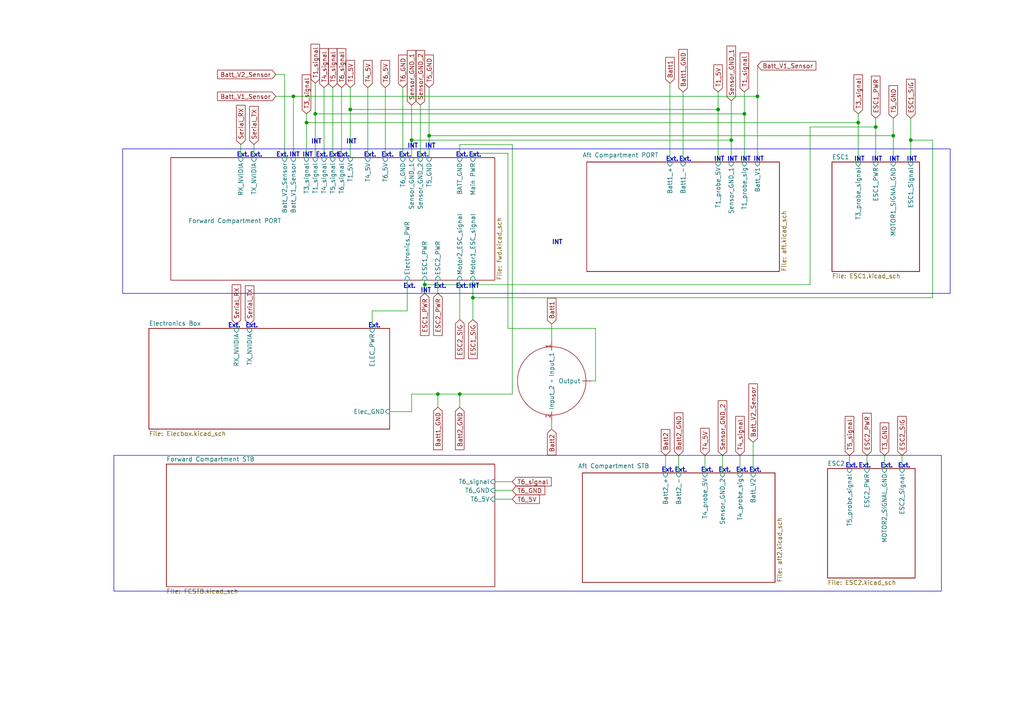
<source format=kicad_sch>
(kicad_sch (version 20230121) (generator eeschema)
  (paper "A4")
  (title_block (title "Strathvoyager Electrical & Components Drawing V2") (date "2023-12-16") (rev "2") (company "Marine Robotics Society, University of Strathclyde") (comment 1 "Drawn by: Panagiotis Louvros"))
  (lib_symbols
    (symbol "MRS:Rotary_Switch"
      (property "Reference" "RS" (at 0 5.08 0))
      (symbol "Rotary_Switch_0_1"
        (circle (center 0 0) (radius 9.919))
      )
      (symbol "Rotary_Switch_1_1"
        (pin output line (at 0 -11.43 90) (length 2.54) (name "Output") (number ""))
        (pin bidirectional line (at 11.43 0 180) (length 2.54) (name "Input_1") (number "1"))
        (pin bidirectional line (at -11.43 0 0) (length 2.54) (name "Input_2") (number "2"))
      )
    )
  )
  (junction (at 248.92 35.56))
  (junction (at 219.71 27.94))
  (junction (at 119.38 40.64))
  (junction (at 133.35 114.3))
  (junction (at 101.6 31.75))
  (junction (at 85.09 27.94))
  (junction (at 264.16 40.64))
  (junction (at 137.16 86.36))
  (junction (at 91.44 33.02))
  (junction (at 212.09 40.64))
  (junction (at 123.19 82.55))
  (junction (at 254 36.83))
  (junction (at 127 114.3))
  (junction (at 215.9 33.02))
  (junction (at 124.46 39.37))
  (junction (at 259.08 39.37))
  (junction (at 208.28 31.75))
  (junction (at 88.9 35.56))
  (wire (pts (xy 96.52 25.4) (xy 96.52 45.72)))
  (wire (pts (xy 254 36.83) (xy 254 46.99)))
  (wire (pts (xy 219.71 19.05) (xy 219.71 27.94)))
  (wire (pts (xy 107.95 90.17) (xy 118.11 90.17)))
  (wire (pts (xy 133.35 114.3) (xy 148.59 114.3)))
  (wire (pts (xy 111.76 25.4) (xy 111.76 45.72)))
  (wire (pts (xy 246.38 132.08) (xy 246.38 135.89)))
  (wire (pts (xy 73.66 41.91) (xy 73.66 45.72)))
  (wire (pts (xy 133.35 41.91) (xy 133.35 45.72)))
  (wire (pts (xy 123.19 82.55) (xy 234.95 82.55)))
  (wire (pts (xy 214.63 132.08) (xy 214.63 137.16)))
  (wire (pts (xy 72.39 93.98) (xy 72.39 95.25)))
  (wire (pts (xy 82.55 21.59) (xy 82.55 45.72)))
  (wire (pts (xy 88.9 35.56) (xy 248.92 35.56)))
  (wire (pts (xy 248.92 33.02) (xy 248.92 35.56)))
  (wire (pts (xy 127 114.3) (xy 127 118.11)))
  (wire (pts (xy 69.85 41.91) (xy 69.85 45.72)))
  (wire (pts (xy 254 34.29) (xy 254 36.83)))
  (wire (pts (xy 218.44 128.27) (xy 218.44 137.16)))
  (wire (pts (xy 118.11 90.17) (xy 118.11 81.28)))
  (wire (pts (xy 113.03 119.38) (xy 119.38 119.38)))
  (wire (pts (xy 106.68 25.4) (xy 106.68 45.72)))
  (wire (pts (xy 147.32 95.25) (xy 172.72 95.25)))
  (wire (pts (xy 193.04 132.08) (xy 193.04 137.16)))
  (wire (pts (xy 148.59 41.91) (xy 133.35 41.91)))
  (wire (pts (xy 68.58 93.98) (xy 68.58 95.25)))
  (wire (pts (xy 88.9 33.02) (xy 88.9 35.56)))
  (wire (pts (xy 127 81.28) (xy 127 85.09)))
  (wire (pts (xy 194.31 24.13) (xy 194.31 46.99)))
  (wire (pts (xy 91.44 33.02) (xy 91.44 45.72)))
  (wire (pts (xy 137.16 81.28) (xy 137.16 86.36)))
  (wire (pts (xy 147.32 44.45) (xy 147.32 95.25)))
  (wire (pts (xy 212.09 40.64) (xy 212.09 46.99)))
  (wire (pts (xy 119.38 119.38) (xy 119.38 114.3)))
  (wire (pts (xy 80.01 21.59) (xy 82.55 21.59)))
  (wire (pts (xy 234.95 82.55) (xy 234.95 36.83)))
  (wire (pts (xy 124.46 39.37) (xy 259.08 39.37)))
  (wire (pts (xy 91.44 33.02) (xy 215.9 33.02)))
  (wire (pts (xy 196.85 132.08) (xy 196.85 137.16)))
  (wire (pts (xy 101.6 25.4) (xy 101.6 31.75)))
  (wire (pts (xy 124.46 25.4) (xy 124.46 39.37)))
  (wire (pts (xy 107.95 95.25) (xy 107.95 90.17)))
  (wire (pts (xy 119.38 114.3) (xy 127 114.3)))
  (wire (pts (xy 93.98 25.4) (xy 93.98 45.72)))
  (wire (pts (xy 264.16 40.64) (xy 270.51 40.64)))
  (wire (pts (xy 137.16 86.36) (xy 137.16 92.71)))
  (wire (pts (xy 88.9 35.56) (xy 88.9 45.72)))
  (wire (pts (xy 215.9 26.67) (xy 215.9 33.02)))
  (wire (pts (xy 212.09 29.21) (xy 212.09 40.64)))
  (wire (pts (xy 209.55 132.08) (xy 209.55 137.16)))
  (wire (pts (xy 121.92 30.48) (xy 121.92 45.72)))
  (wire (pts (xy 119.38 40.64) (xy 119.38 45.72)))
  (wire (pts (xy 137.16 86.36) (xy 270.51 86.36)))
  (wire (pts (xy 85.09 27.94) (xy 219.71 27.94)))
  (wire (pts (xy 80.01 27.94) (xy 85.09 27.94)))
  (wire (pts (xy 119.38 30.48) (xy 119.38 40.64)))
  (wire (pts (xy 219.71 27.94) (xy 219.71 46.99)))
  (wire (pts (xy 208.28 31.75) (xy 208.28 46.99)))
  (wire (pts (xy 99.06 25.4) (xy 99.06 45.72)))
  (wire (pts (xy 123.19 82.55) (xy 123.19 85.09)))
  (wire (pts (xy 259.08 34.29) (xy 259.08 39.37)))
  (wire (pts (xy 198.12 26.67) (xy 198.12 46.99)))
  (wire (pts (xy 101.6 31.75) (xy 208.28 31.75)))
  (wire (pts (xy 261.62 132.08) (xy 261.62 135.89)))
  (wire (pts (xy 270.51 40.64) (xy 270.51 86.36)))
  (wire (pts (xy 264.16 34.29) (xy 264.16 40.64)))
  (wire (pts (xy 215.9 33.02) (xy 215.9 46.99)))
  (wire (pts (xy 148.59 41.91) (xy 148.59 114.3)))
  (wire (pts (xy 119.38 40.64) (xy 212.09 40.64)))
  (wire (pts (xy 234.95 36.83) (xy 254 36.83)))
  (wire (pts (xy 259.08 39.37) (xy 259.08 46.99)))
  (wire (pts (xy 123.19 81.28) (xy 123.19 82.55)))
  (wire (pts (xy 160.02 93.98) (xy 160.02 99.06)))
  (wire (pts (xy 143.51 139.7) (xy 148.59 139.7)))
  (wire (pts (xy 208.28 26.67) (xy 208.28 31.75)))
  (wire (pts (xy 133.35 81.28) (xy 133.35 92.71)))
  (wire (pts (xy 171.45 110.49) (xy 172.72 110.49)))
  (wire (pts (xy 172.72 110.49) (xy 172.72 95.25)))
  (wire (pts (xy 101.6 31.75) (xy 101.6 45.72)))
  (wire (pts (xy 256.54 132.08) (xy 256.54 135.89)))
  (wire (pts (xy 91.44 24.13) (xy 91.44 33.02)))
  (wire (pts (xy 143.51 142.24) (xy 148.59 142.24)))
  (wire (pts (xy 133.35 114.3) (xy 127 114.3)))
  (wire (pts (xy 85.09 45.72) (xy 85.09 27.94)))
  (wire (pts (xy 116.84 25.4) (xy 116.84 45.72)))
  (wire (pts (xy 251.46 132.08) (xy 251.46 135.89)))
  (wire (pts (xy 143.51 144.78) (xy 148.59 144.78)))
  (wire (pts (xy 137.16 45.72) (xy 137.16 44.45)))
  (wire (pts (xy 137.16 44.45) (xy 147.32 44.45)))
  (wire (pts (xy 204.47 132.08) (xy 204.47 137.16)))
  (wire (pts (xy 248.92 35.56) (xy 248.92 46.99)))
  (wire (pts (xy 124.46 39.37) (xy 124.46 45.72)))
  (wire (pts (xy 133.35 118.11) (xy 133.35 114.3)))
  (wire (pts (xy 160.02 121.92) (xy 160.02 124.46)))
  (wire (pts (xy 264.16 40.64) (xy 264.16 46.99)))
  (rectangle (start 35.56 43.18) (end 275.59 85.09))
  (rectangle (start 33.02 132.08) (end 273.05 171.45))
  (text "INT\n" (at 123.19 43.18 0) (effects (font (size 1.27 1.27) (thickness 0.254) bold) (justify left bottom)))
  (text "Ext." (at 120.65 45.72 0) (effects (font (size 1.27 1.27) (thickness 0.254) bold) (justify left bottom)))
  (text "Ext." (at 97.79 45.72 0) (effects (font (size 1.27 1.27) (thickness 0.254) bold) (justify left bottom)))
  (text "Ext." (at 95.25 45.72 0) (effects (font (size 1.27 1.27) (thickness 0.254) bold) (justify left bottom)))
  (text "Ext." (at 132.08 45.72 0) (effects (font (size 1.27 1.27) (thickness 0.254) bold) (justify left bottom)))
  (text "Ext." (at 91.44 45.72 0) (effects (font (size 1.27 1.27) (thickness 0.254) bold) (justify left bottom)))
  (text "Ext." (at 135.89 45.72 0) (effects (font (size 1.27 1.27) (thickness 0.254) bold) (justify left bottom)))
  (text "Ext." (at 248.92 135.89 0) (effects (font (size 1.27 1.27) (thickness 0.254) bold) (justify left bottom)))
  (text "INT\n" (at 218.44 46.99 0) (effects (font (size 1.27 1.27) (thickness 0.254) bold) (justify left bottom)))
  (text "Ext." (at 110.49 45.72 0) (effects (font (size 1.27 1.27) (thickness 0.254) bold) (justify left bottom)))
  (text "Ext." (at 213.36 137.16 0) (effects (font (size 1.27 1.27) (thickness 0.254) bold) (justify left bottom)))
  (text "Ext." (at 245.11 135.89 0) (effects (font (size 1.27 1.27) (thickness 0.254) bold) (justify left bottom)))
  (text "Ext." (at 255.27 135.89 0) (effects (font (size 1.27 1.27) (thickness 0.254) bold) (justify left bottom)))
  (text "Ext." (at 105.41 45.72 0) (effects (font (size 1.27 1.27) (thickness 0.254) bold) (justify left bottom)))
  (text "Ext." (at 125.73 83.82 0) (effects (font (size 1.27 1.27) (thickness 0.254) bold) (justify left bottom)))
  (text "INT\n" (at 210.82 46.99 0) (effects (font (size 1.27 1.27) (thickness 0.254) bold) (justify left bottom)))
  (text "Ext." (at 195.58 137.16 0) (effects (font (size 1.27 1.27) (thickness 0.254) bold) (justify left bottom)))
  (text "INT\n" (at 118.11 43.18 0) (effects (font (size 1.27 1.27) (thickness 0.254) bold) (justify left bottom)))
  (text "INT\n" (at 121.92 85.09 0) (effects (font (size 1.27 1.27) (thickness 0.254) bold) (justify left bottom)))
  (text "INT\n" (at 262.89 46.99 0) (effects (font (size 1.27 1.27) (thickness 0.254) bold) (justify left bottom)))
  (text "INT\n" (at 100.33 41.91 0) (effects (font (size 1.27 1.27) (thickness 0.254) bold) (justify left bottom)))
  (text "Ext." (at 115.57 45.72 0) (effects (font (size 1.27 1.27) (thickness 0.254) bold) (justify left bottom)))
  (text "Ext." (at 132.08 83.82 0) (effects (font (size 1.27 1.27) (thickness 0.254) bold) (justify left bottom)))
  (text "INT\n" (at 160.02 71.12 0) (effects (font (size 1.27 1.27) (thickness 0.254) bold) (justify left bottom)))
  (text "INT\n" (at 207.01 46.99 0) (effects (font (size 1.27 1.27) (thickness 0.254) bold) (justify left bottom)))
  (text "Ext." (at 116.84 83.82 0) (effects (font (size 1.27 1.27) (thickness 0.254) bold) (justify left bottom)))
  (text "Ext." (at 106.68 95.25 0) (effects (font (size 1.27 1.27) (thickness 0.254) bold) (justify left bottom)))
  (text "INT\n" (at 257.81 46.99 0) (effects (font (size 1.27 1.27) (thickness 0.254) bold) (justify left bottom)))
  (text "Ext." (at 191.77 137.16 0) (effects (font (size 1.27 1.27) (thickness 0.254) bold) (justify left bottom)))
  (text "Ext." (at 217.17 137.16 0) (effects (font (size 1.27 1.27) (thickness 0.254) bold) (justify left bottom)))
  (text "INT\n" (at 83.82 45.72 0) (effects (font (size 1.27 1.27) (thickness 0.254) bold) (justify left bottom)))
  (text "INT\n" (at 87.63 45.72 0) (effects (font (size 1.27 1.27) (thickness 0.254) bold) (justify left bottom)))
  (text "Ext." (at 196.85 46.99 0) (effects (font (size 1.27 1.27) (thickness 0.254) bold) (justify left bottom)))
  (text "Ext." (at 80.01 45.72 0) (effects (font (size 1.27 1.27) (thickness 0.254) bold) (justify left bottom)))
  (text "Ext." (at 71.12 95.25 0) (effects (font (size 1.27 1.27) (thickness 0.254) bold) (justify left bottom)))
  (text "INT\n" (at 247.65 46.99 0) (effects (font (size 1.27 1.27) (thickness 0.254) bold) (justify left bottom)))
  (text "Ext." (at 193.04 46.99 0) (effects (font (size 1.27 1.27) (thickness 0.254) bold) (justify left bottom)))
  (text "Ext." (at 260.35 135.89 0) (effects (font (size 1.27 1.27) (thickness 0.254) bold) (justify left bottom)))
  (text "INT\n" (at 90.17 41.91 0) (effects (font (size 1.27 1.27) (thickness 0.254) bold) (justify left bottom)))
  (text "Ext." (at 72.39 45.72 0) (effects (font (size 1.27 1.27) (thickness 0.254) bold) (justify left bottom)))
  (text "INT\n" (at 214.63 46.99 0) (effects (font (size 1.27 1.27) (thickness 0.254) bold) (justify left bottom)))
  (text "Ext." (at 66.04 95.25 0) (effects (font (size 1.27 1.27) (thickness 0.254) bold) (justify left bottom)))
  (text "Ext." (at 68.58 45.72 0) (effects (font (size 1.27 1.27) (thickness 0.254) bold) (justify left bottom)))
  (text "Ext." (at 203.2 137.16 0) (effects (font (size 1.27 1.27) (thickness 0.254) bold) (justify left bottom)))
  (text "Ext." (at 208.28 137.16 0) (effects (font (size 1.27 1.27) (thickness 0.254) bold) (justify left bottom)))
  (text "INT\n" (at 252.73 46.99 0) (effects (font (size 1.27 1.27) (thickness 0.254) bold) (justify left bottom)))
  (text "INT\n" (at 135.89 83.82 0) (effects (font (size 1.27 1.27) (thickness 0.254) bold) (justify left bottom)))
  (global_label "Batt_V1_Sensor" (shape input) (at 219.71 19.05 0) (property "Intersheetrefs" "${INTERSHEET_REFS}" (effects hide)))
  (global_label "T5_GND" (shape input) (at 259.08 34.29 90) (property "Intersheetrefs" "${INTERSHEET_REFS}" (effects hide)))
  (global_label "T3_signal" (shape input) (at 248.92 33.02 90) (property "Intersheetrefs" "${INTERSHEET_REFS}" (effects hide)))
  (global_label "Sensor_GND_2" (shape input) (at 121.92 30.48 90) (property "Intersheetrefs" "${INTERSHEET_REFS}" (effects hide)))
  (global_label "T6_5V" (shape input) (at 148.59 144.78 0) (property "Intersheetrefs" "${INTERSHEET_REFS}" (effects hide)))
  (global_label "Batt1" (shape input) (at 160.02 93.98 90) (property "Intersheetrefs" "${INTERSHEET_REFS}" (effects hide)))
  (global_label "T1_signal" (shape input) (at 215.9 26.67 90) (property "Intersheetrefs" "${INTERSHEET_REFS}" (effects hide)))
  (global_label "Batt2" (shape input) (at 160.02 124.46 270) (property "Intersheetrefs" "${INTERSHEET_REFS}" (effects hide)))
  (global_label "T3_signal" (shape input) (at 88.9 33.02 90) (property "Intersheetrefs" "${INTERSHEET_REFS}" (effects hide)))
  (global_label "Serial_RX" (shape input) (at 68.58 93.98 90) (property "Intersheetrefs" "${INTERSHEET_REFS}" (effects hide)))
  (global_label "ESC2_SIG" (shape input) (at 261.62 132.08 90) (property "Intersheetrefs" "${INTERSHEET_REFS}" (effects hide)))
  (global_label "ESC1_SIG" (shape input) (at 137.16 92.71 270) (property "Intersheetrefs" "${INTERSHEET_REFS}" (effects hide)))
  (global_label "T6_GND" (shape input) (at 116.84 25.4 90) (property "Intersheetrefs" "${INTERSHEET_REFS}" (effects hide)))
  (global_label "T6_signal" (shape input) (at 99.06 25.4 90) (property "Intersheetrefs" "${INTERSHEET_REFS}" (effects hide)))
  (global_label "Batt1_GND" (shape input) (at 127 118.11 270) (property "Intersheetrefs" "${INTERSHEET_REFS}" (effects hide)))
  (global_label "Sensor_GND_2" (shape input) (at 209.55 132.08 90) (property "Intersheetrefs" "${INTERSHEET_REFS}" (effects hide)))
  (global_label "Sensor_GND_1" (shape input) (at 119.38 30.48 90) (property "Intersheetrefs" "${INTERSHEET_REFS}" (effects hide)))
  (global_label "T4_5V" (shape input) (at 204.47 132.08 90) (property "Intersheetrefs" "${INTERSHEET_REFS}" (effects hide)))
  (global_label "Batt_V2_Sensor" (shape input) (at 80.01 21.59 180) (property "Intersheetrefs" "${INTERSHEET_REFS}" (effects hide)))
  (global_label "Batt_V1_Sensor" (shape input) (at 80.01 27.94 180) (property "Intersheetrefs" "${INTERSHEET_REFS}" (effects hide)))
  (global_label "ESC1_SIG" (shape input) (at 264.16 34.29 90) (property "Intersheetrefs" "${INTERSHEET_REFS}" (effects hide)))
  (global_label "Serial_TX" (shape input) (at 72.39 93.98 90) (property "Intersheetrefs" "${INTERSHEET_REFS}" (effects hide)))
  (global_label "T5_signal" (shape input) (at 246.38 132.08 90) (property "Intersheetrefs" "${INTERSHEET_REFS}" (effects hide)))
  (global_label "Batt1_GND" (shape input) (at 198.12 26.67 90) (property "Intersheetrefs" "${INTERSHEET_REFS}" (effects hide)))
  (global_label "T1_signal" (shape input) (at 91.44 24.13 90) (property "Intersheetrefs" "${INTERSHEET_REFS}" (effects hide)))
  (global_label "ESC2_PWR" (shape input) (at 127 85.09 270) (property "Intersheetrefs" "${INTERSHEET_REFS}" (effects hide)))
  (global_label "T5_signal" (shape input) (at 96.52 25.4 90) (property "Intersheetrefs" "${INTERSHEET_REFS}" (effects hide)))
  (global_label "T5_GND" (shape input) (at 124.46 25.4 90) (property "Intersheetrefs" "${INTERSHEET_REFS}" (effects hide)))
  (global_label "Serial_TX" (shape input) (at 73.66 41.91 90) (property "Intersheetrefs" "${INTERSHEET_REFS}" (effects hide)))
  (global_label "ESC1_PWR" (shape input) (at 123.19 85.09 270) (property "Intersheetrefs" "${INTERSHEET_REFS}" (effects hide)))
  (global_label "Serial_RX" (shape input) (at 69.85 41.91 90) (property "Intersheetrefs" "${INTERSHEET_REFS}" (effects hide)))
  (global_label "Batt2_GND" (shape input) (at 133.35 118.11 270) (property "Intersheetrefs" "${INTERSHEET_REFS}" (effects hide)))
  (global_label "ESC1_PWR" (shape input) (at 254 34.29 90) (property "Intersheetrefs" "${INTERSHEET_REFS}" (effects hide)))
  (global_label "T1_5V" (shape input) (at 208.28 26.67 90) (property "Intersheetrefs" "${INTERSHEET_REFS}" (effects hide)))
  (global_label "T6_GND" (shape input) (at 148.59 142.24 0) (property "Intersheetrefs" "${INTERSHEET_REFS}" (effects hide)))
  (global_label "ESC2_PWR" (shape input) (at 251.46 132.08 90) (property "Intersheetrefs" "${INTERSHEET_REFS}" (effects hide)))
  (global_label "Batt2_GND" (shape input) (at 196.85 132.08 90) (property "Intersheetrefs" "${INTERSHEET_REFS}" (effects hide)))
  (global_label "T6_signal" (shape input) (at 148.59 139.7 0) (property "Intersheetrefs" "${INTERSHEET_REFS}" (effects hide)))
  (global_label "T4_5V" (shape input) (at 106.68 25.4 90) (property "Intersheetrefs" "${INTERSHEET_REFS}" (effects hide)))
  (global_label "T1_5V" (shape input) (at 101.6 25.4 90) (property "Intersheetrefs" "${INTERSHEET_REFS}" (effects hide)))
  (global_label "T4_signal" (shape input) (at 93.98 25.4 90) (property "Intersheetrefs" "${INTERSHEET_REFS}" (effects hide)))
  (global_label "Batt2" (shape input) (at 193.04 132.08 90) (property "Intersheetrefs" "${INTERSHEET_REFS}" (effects hide)))
  (global_label "Batt1" (shape input) (at 194.31 24.13 90) (property "Intersheetrefs" "${INTERSHEET_REFS}" (effects hide)))
  (global_label "T3_GND" (shape input) (at 256.54 132.08 90) (property "Intersheetrefs" "${INTERSHEET_REFS}" (effects hide)))
  (global_label "Sensor_GND_1" (shape input) (at 212.09 29.21 90) (property "Intersheetrefs" "${INTERSHEET_REFS}" (effects hide)))
  (global_label "T4_signal" (shape input) (at 214.63 132.08 90) (property "Intersheetrefs" "${INTERSHEET_REFS}" (effects hide)))
  (global_label "ESC2_SIG" (shape input) (at 133.35 92.71 270) (property "Intersheetrefs" "${INTERSHEET_REFS}" (effects hide)))
  (global_label "T6_5V" (shape input) (at 111.76 25.4 90) (property "Intersheetrefs" "${INTERSHEET_REFS}" (effects hide)))
  (global_label "Batt_V2_Sensor" (shape input) (at 218.44 128.27 90) (property "Intersheetrefs" "${INTERSHEET_REFS}" (effects hide)))
  (symbol (lib_id "MRS:Rotary_Switch") (at 160.02 110.49 90) (unit 1)
    (property "Reference" "RS1" (effects hide))
    (property "Value" "~" (at 160.02 110.49 0))
  )
  (sheet (at 49.53 45.72) (size 93.98 35.56) (stroke (width 0.1524))
    (property "Sheetname" "Forward Compartment PORT" (at 54.61 64.77 0) (effects (justify left bottom)))
    (property "Sheetfile" "fwd.kicad_sch" (at 144.0946 81.28 90) (effects (justify left top)))
    (pin "Main PWR" input (at 137.16 45.72 90))
    (pin "BATT_GND" input (at 133.35 45.72 90))
    (pin "RX_NVIDIA" input (at 69.85 45.72 90))
    (pin "TX_NVIDIA" input (at 73.66 45.72 90))
    (pin "Motor1_ESC_signal" input (at 137.16 81.28 270))
    (pin "Motor2_ESC_signal" input (at 133.35 81.28 270))
    (pin "ESC2_PWR" input (at 127 81.28 270))
    (pin "Electronics_PWR" input (at 118.11 81.28 270))
    (pin "ESC1_PWR" input (at 123.19 81.28 270))
    (pin "T3_signal" input (at 88.9 45.72 90))
    (pin "T1_signal" input (at 91.44 45.72 90))
    (pin "T4_signal" input (at 93.98 45.72 90))
    (pin "T5_signal" input (at 96.52 45.72 90))
    (pin "T6_signal" input (at 99.06 45.72 90))
    (pin "T1_5V" input (at 101.6 45.72 90))
    (pin "T4_5V" input (at 106.68 45.72 90))
    (pin "T6_5V" input (at 111.76 45.72 90))
    (pin "T6_GND" input (at 116.84 45.72 90))
    (pin "Sensor_GND_1" input (at 119.38 45.72 90))
    (pin "Sensor_GND_2" input (at 121.92 45.72 90))
    (pin "Batt_V1_Sensor" input (at 85.09 45.72 90))
    (pin "T5_GND" input (at 124.46 45.72 90))
    (pin "Batt_V2_Sensor" input (at 82.55 45.72 90))
  )
  (sheet (at 48.26 134.62) (size 95.25 35.56) (stroke (width 0.1524))
    (property "Sheetname" "Forward Compartment STB" (at 48.26 133.9084 0) (effects (justify left bottom)))
    (property "Sheetfile" "FCSTB.kicad_sch" (at 48.26 170.7646 0) (effects (justify left top)))
    (pin "T6_signal" input (at 143.51 139.7 0))
    (pin "T6_GND" input (at 143.51 142.24 0))
    (pin "T6_5V" input (at 143.51 144.78 0))
  )
  (sheet (at 168.91 137.16) (size 55.88 31.75) (stroke (width 0.1524))
    (property "Sheetname" "Aft Compartment STB" (at 167.64 135.89 0) (effects (justify left bottom)))
    (property "Sheetfile" "aft2.kicad_sch" (at 225.3746 168.91 90) (effects (justify left top)))
    (pin "Batt2_+" input (at 193.04 137.16 90))
    (pin "Batt2_-" input (at 196.85 137.16 90))
    (pin "T4_probe_5V" input (at 204.47 137.16 90))
    (pin "T4_probe_sig" input (at 214.63 137.16 90))
    (pin "Batt_V2" input (at 218.44 137.16 90))
    (pin "Sensor_GND_2" input (at 209.55 137.16 90))
  )
  (sheet (at 241.3 46.99) (size 25.4 31.75) (stroke (width 0.1524))
    (property "Sheetname" "ESC1" (at 241.3 46.2784 0) (effects (justify left bottom)))
    (property "Sheetfile" "ESC1.kicad_sch" (at 241.3 79.3246 0) (effects (justify left top)))
    (pin "ESC1_Signal" input (at 264.16 46.99 90))
    (pin "T3_probe_signal" input (at 248.92 46.99 90))
    (pin "ESC1_PWR" input (at 254 46.99 90))
    (pin "MOTOR1_SIGNAL_GND" input (at 259.08 46.99 90))
  )
  (sheet (at 240.03 135.89) (size 25.4 31.75) (stroke (width 0.1524))
    (property "Sheetname" "ESC2" (at 240.03 135.1784 0) (effects (justify left bottom)))
    (property "Sheetfile" "ESC2.kicad_sch" (at 240.03 168.2246 0) (effects (justify left top)))
    (pin "T5_probe_signal" input (at 246.38 135.89 90))
    (pin "MOTOR2_SIGNAL_GND" input (at 256.54 135.89 90))
    (pin "ESC2_PWR" input (at 251.46 135.89 90))
    (pin "ESC2_Signal" input (at 261.62 135.89 90))
  )
  (sheet (at 43.18 95.25) (size 69.85 29.21) (stroke (width 0.1524))
    (property "Sheetname" "Electronics Box" (at 43.18 94.5384 0) (effects (justify left bottom)))
    (property "Sheetfile" "Elecbox.kicad_sch" (at 43.18 125.0446 0) (effects (justify left top)))
    (pin "ELEC_PWR" input (at 107.95 95.25 90))
    (pin "RX_NVIDIA" input (at 68.58 95.25 90))
    (pin "TX_NVIDIA" input (at 72.39 95.25 90))
    (pin "Elec_GND" input (at 113.03 119.38 0))
  )
  (sheet (at 170.18 46.99) (size 55.88 31.75) (stroke (width 0.1524))
    (property "Sheetname" "Aft Compartment PORT" (at 168.91 45.72 0) (effects (justify left bottom)))
    (property "Sheetfile" "aft.kicad_sch" (at 226.6446 78.74 90) (effects (justify left top)))
    (pin "Batt1_+" input (at 194.31 46.99 90))
    (pin "T1_probe_5V" input (at 208.28 46.99 90))
    (pin "Batt1_-" input (at 198.12 46.99 90))
    (pin "T1_probe_sig" input (at 215.9 46.99 90))
    (pin "Batt_V1" input (at 219.71 46.99 90))
    (pin "Sensor_GND_1" input (at 212.09 46.99 90))
  )
)
</source>
